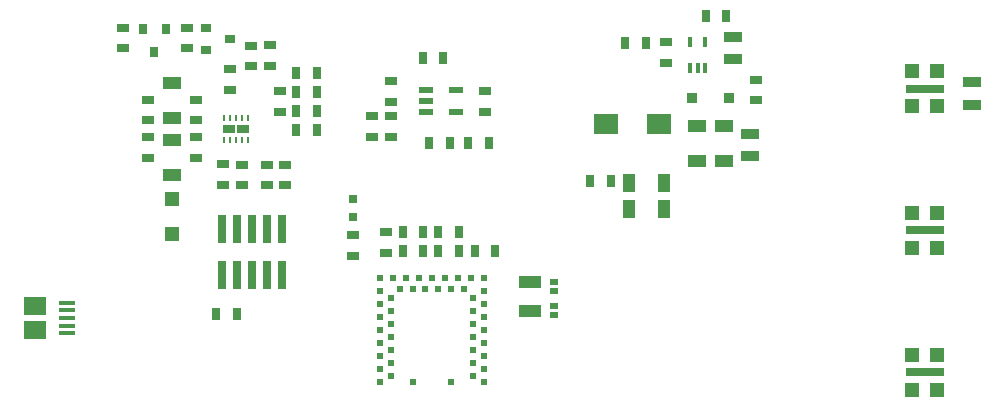
<source format=gbr>
%TF.GenerationSoftware,KiCad,Pcbnew,(6.0.0-rc1-dev-233-g53236a383)*%
%TF.CreationDate,2018-10-19T16:41:34+02:00*%
%TF.ProjectId,LEOLED_rev1,4C454F4C45445F726576312E6B696361,1*%
%TF.SameCoordinates,Original*%
%TF.FileFunction,Paste,Top*%
%TF.FilePolarity,Positive*%
%FSLAX46Y46*%
G04 Gerber Fmt 4.6, Leading zero omitted, Abs format (unit mm)*
G04 Created by KiCad (PCBNEW (6.0.0-rc1-dev-233-g53236a383)) date 10/19/18 16:41:34*
%MOMM*%
%LPD*%
G01*
G04 APERTURE LIST*
%ADD10R,0.500000X0.500000*%
%ADD11R,1.220000X1.250000*%
%ADD12R,1.500000X0.970000*%
%ADD13R,3.200000X0.700000*%
%ADD14R,1.150000X1.300000*%
%ADD15R,0.900000X0.950000*%
%ADD16R,1.900000X1.100000*%
%ADD17R,1.000000X0.670000*%
%ADD18R,0.670000X1.000000*%
%ADD19R,1.600000X1.000000*%
%ADD20R,0.650000X0.575000*%
%ADD21R,1.000000X1.600000*%
%ADD22R,0.800000X0.800000*%
%ADD23R,1.900000X1.500000*%
%ADD24R,1.350000X0.400000*%
%ADD25R,0.740000X2.400000*%
%ADD26R,2.000000X1.800000*%
%ADD27R,0.900000X0.800000*%
%ADD28R,0.800000X0.900000*%
%ADD29R,1.080000X0.720000*%
%ADD30R,0.250000X0.500000*%
%ADD31R,1.300000X0.550000*%
%ADD32R,0.400000X0.900000*%
G04 APERTURE END LIST*
D10*
X36638600Y4822800D03*
X33338600Y4822800D03*
X30588600Y4822800D03*
X31488600Y5372800D03*
X30588600Y5922800D03*
X31488600Y6472800D03*
X30588600Y7022800D03*
X31488600Y7572800D03*
X30588600Y8122800D03*
X31488600Y8672800D03*
X30588600Y9222800D03*
X31488600Y9772800D03*
X30588600Y10322800D03*
X31488600Y10872800D03*
X30588600Y11422800D03*
X31488600Y11972800D03*
X30588600Y12522800D03*
X30588600Y13622800D03*
X31688600Y13622800D03*
X32238600Y12722800D03*
X32788600Y13622800D03*
X33338600Y12722800D03*
X33888600Y13622800D03*
X34438600Y12722800D03*
X34988600Y13622800D03*
X35538600Y12722800D03*
X36088600Y13622800D03*
X36638600Y12722800D03*
X37188600Y13622800D03*
X37738600Y12722800D03*
X38288600Y13622800D03*
X39388600Y13622800D03*
X39388600Y12522800D03*
X38488600Y11972800D03*
X39388600Y11422800D03*
X38488600Y10872800D03*
X39388600Y10322800D03*
X38488600Y9772800D03*
X39388600Y9222800D03*
X38488600Y8672800D03*
X39388600Y8122800D03*
X38488600Y7572800D03*
X39388600Y7022800D03*
X38488600Y6472800D03*
X39388600Y5922800D03*
X38488600Y5372800D03*
X39388600Y4822800D03*
D11*
X12988600Y17397800D03*
X12988600Y20347800D03*
D12*
X60436286Y34063630D03*
X60436286Y32153630D03*
X80688600Y30227800D03*
X80688600Y28317800D03*
D13*
X76688600Y29672800D03*
D14*
X75663600Y28197800D03*
X77713600Y28197800D03*
X75663600Y31147800D03*
X77713600Y31147800D03*
D13*
X76688600Y17672800D03*
D14*
X75663600Y16197800D03*
X77713600Y16197800D03*
X75663600Y19147800D03*
X77713600Y19147800D03*
D13*
X76688600Y5672800D03*
D14*
X75663600Y4197800D03*
X77713600Y4197800D03*
X75663600Y7147800D03*
X77713600Y7147800D03*
D15*
X56961286Y28853630D03*
X60111286Y28853630D03*
D16*
X43321250Y13321758D03*
X43321250Y10821758D03*
D17*
X10984117Y25547279D03*
X10984117Y23797279D03*
X14984117Y25547279D03*
X14984117Y23797279D03*
X31488600Y28572800D03*
X31488600Y30322800D03*
X22584117Y21497279D03*
X22584117Y23247279D03*
X18884117Y21497279D03*
X18884117Y23247279D03*
D18*
X35513600Y15972800D03*
X37263600Y15972800D03*
D17*
X10984117Y26997279D03*
X10984117Y28747279D03*
X14984117Y26997279D03*
X14984117Y28747279D03*
X31488600Y27347800D03*
X31488600Y25597800D03*
X29888600Y27347800D03*
X29888600Y25597800D03*
D18*
X40363600Y15972800D03*
X38613600Y15972800D03*
X48357071Y21895423D03*
X50107071Y21895423D03*
D17*
X54836286Y31878630D03*
X54836286Y33628630D03*
D19*
X12984117Y25372279D03*
X12984117Y22372279D03*
X12984117Y27172279D03*
X12984117Y30172279D03*
D20*
X45321250Y10484258D03*
X45321250Y11259258D03*
X45321250Y12571758D03*
X45321250Y13346758D03*
D21*
X54632071Y21695423D03*
X51632071Y21695423D03*
X54632071Y19495423D03*
X51632071Y19495423D03*
D19*
X57452039Y23517833D03*
X57452039Y26517833D03*
X59752039Y23517833D03*
X59752039Y26517833D03*
D22*
X28288600Y18822800D03*
X28288600Y20322800D03*
D23*
X1388600Y11272800D03*
D24*
X4088600Y10272800D03*
X4088600Y9622800D03*
X4088600Y8972800D03*
X4088600Y11572800D03*
X4088600Y10922800D03*
D23*
X1388600Y9272800D03*
D25*
X17248600Y13922800D03*
X17248600Y17822800D03*
X18518600Y13922800D03*
X18518600Y17822800D03*
X19788600Y13922800D03*
X19788600Y17822800D03*
X21058600Y13922800D03*
X21058600Y17822800D03*
X22328600Y13922800D03*
X22328600Y17822800D03*
D26*
X49686286Y26653630D03*
X54186286Y26653630D03*
D27*
X17884117Y33872279D03*
X15884117Y32922279D03*
X15884117Y34822279D03*
D28*
X11488600Y32772800D03*
X10538600Y34772800D03*
X12438600Y34772800D03*
D18*
X25263600Y29372800D03*
X23513600Y29372800D03*
X25263600Y27772800D03*
X23513600Y27772800D03*
D17*
X19688600Y33322800D03*
X19688600Y31572800D03*
D18*
X23513600Y30972800D03*
X25263600Y30972800D03*
X23513600Y26172800D03*
X25263600Y26172800D03*
D17*
X21288600Y31597800D03*
X21288600Y33347800D03*
X22088600Y29447800D03*
X22088600Y27697800D03*
X14284117Y33097279D03*
X14284117Y34847279D03*
X17884117Y31347279D03*
X17884117Y29597279D03*
X17284117Y21522279D03*
X17284117Y23272279D03*
D18*
X35513600Y17572800D03*
X37263600Y17572800D03*
D17*
X20984117Y23247279D03*
X20984117Y21497279D03*
D18*
X34188600Y32272800D03*
X35938600Y32272800D03*
D17*
X39488600Y29472800D03*
X39488600Y27722800D03*
D18*
X39788600Y25072800D03*
X38038600Y25072800D03*
X36488600Y25072800D03*
X34738600Y25072800D03*
D17*
X8788600Y33097800D03*
X8788600Y34847800D03*
X28288600Y17247800D03*
X28288600Y15497800D03*
D18*
X16688600Y10572800D03*
X18438600Y10572800D03*
X32513600Y17572800D03*
X34263600Y17572800D03*
D17*
X31088600Y15797800D03*
X31088600Y17547800D03*
D18*
X59911286Y35853630D03*
X58161286Y35853630D03*
X53111286Y33553630D03*
X51361286Y33553630D03*
D12*
X61952039Y23962833D03*
X61952039Y25872833D03*
D17*
X62388600Y30447800D03*
X62388600Y28697800D03*
D18*
X34263600Y15972800D03*
X32513600Y15972800D03*
D29*
X17784117Y26272279D03*
X18984117Y26272279D03*
D30*
X17384117Y27222279D03*
X17884117Y27222279D03*
X18384117Y27222279D03*
X18884117Y27222279D03*
X19384117Y27222279D03*
X19384117Y25322279D03*
X18884117Y25322279D03*
X18384117Y25322279D03*
X17884117Y25322279D03*
X17384117Y25322279D03*
D31*
X36988600Y29572800D03*
X36988600Y27672800D03*
X34488600Y27672800D03*
X34488600Y28622800D03*
X34488600Y29572800D03*
D32*
X56836286Y33653630D03*
X58136286Y33653630D03*
X57486286Y31453630D03*
X58136286Y31453630D03*
X56836286Y31453630D03*
M02*

</source>
